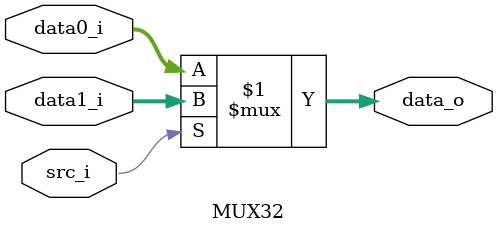
<source format=v>
module MUX32(
    src_i,
    data0_i,
    data1_i,
    data_o
);

input [31:0] data0_i, data1_i;
input src_i;
output [31:0] data_o;
assign data_o = (src_i) ? data1_i : data0_i;

endmodule
</source>
